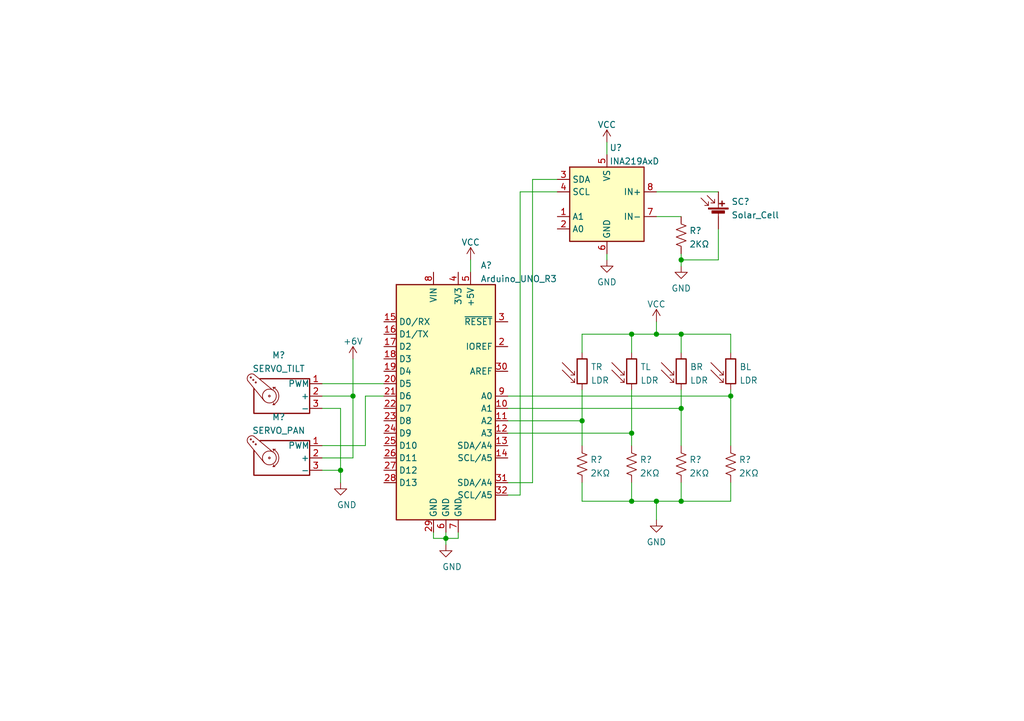
<source format=kicad_sch>
(kicad_sch (version 20211123) (generator eeschema)
  (paper "A5")
  (title_block (title "Dual-axis Solar Tracker") (rev "1") (company "Governor's School for Engineering and Technology"))
  (lib_symbols
    (symbol "Analog_ADC:INA219AxD"
      (property "Reference" "U" (at -6.35 8.89 0))
      (property "Value" "INA219AxD" (at 5.08 8.89 0))
      (symbol "INA219AxD_0_1"
        (rectangle (start -7.62 7.62) (end 7.62 -7.62) (stroke (width 0.254)) (fill (type background)))
      )
      (symbol "INA219AxD_1_1"
        (pin input line (at 10.16 -2.54 180) (length 2.54) (name "A1") (number "1"))
        (pin input line (at 10.16 -5.08 180) (length 2.54) (name "A0") (number "2"))
        (pin bidirectional line (at 10.16 5.08 180) (length 2.54) (name "SDA") (number "3"))
        (pin input line (at 10.16 2.54 180) (length 2.54) (name "SCL") (number "4"))
        (pin power_in line (at 0 10.16 270) (length 2.54) (name "VS") (number "5"))
        (pin power_in line (at 0 -10.16 90) (length 2.54) (name "GND") (number "6"))
        (pin input line (at -10.16 -2.54 0) (length 2.54) (name "IN-") (number "7"))
        (pin input line (at -10.16 2.54 0) (length 2.54) (name "IN+") (number "8"))
      )
    )
    (symbol "Device:R_Photo" (pin_numbers hide) (pin_names (offset 0))
      (property "Reference" "R" (at 1.27 1.27 0))
      (property "Value" "R_Photo" (at 1.27 0 0))
      (symbol "R_Photo_0_1"
        (rectangle (start -1.016 2.54) (end 1.016 -2.54) (stroke (width 0.254)))
        (polyline (pts (xy -1.524 -2.286) (xy -4.064 0.254)))
        (polyline (pts (xy -1.524 -2.286) (xy -2.286 -2.286)))
        (polyline (pts (xy -1.524 -2.286) (xy -1.524 -1.524)))
        (polyline (pts (xy -1.524 -0.762) (xy -4.064 1.778)))
        (polyline (pts (xy -1.524 -0.762) (xy -2.286 -0.762)))
        (polyline (pts (xy -1.524 -0.762) (xy -1.524 0)))
      )
      (symbol "R_Photo_1_1"
        (pin passive line (at 0 3.81 270) (length 1.27) (name "~") (number "1"))
        (pin passive line (at 0 -3.81 90) (length 1.27) (name "~") (number "2"))
      )
    )
    (symbol "Device:R_US" (pin_numbers hide) (pin_names (offset 0))
      (property "Reference" "R" (at 2.54 0 90))
      (property "Value" "R_US" (at -2.54 0 90))
      (symbol "R_US_0_1"
        (polyline (pts (xy 0 -2.286) (xy 0 -2.54)))
        (polyline (pts (xy 0 2.286) (xy 0 2.54)))
        (polyline (pts (xy 0 -0.762) (xy 1.016 -1.143) (xy 0 -1.524) (xy -1.016 -1.905) (xy 0 -2.286)))
        (polyline (pts (xy 0 0.762) (xy 1.016 0.381) (xy 0 0) (xy -1.016 -0.381) (xy 0 -0.762)))
        (polyline (pts (xy 0 2.286) (xy 1.016 1.905) (xy 0 1.524) (xy -1.016 1.143) (xy 0 0.762)))
      )
      (symbol "R_US_1_1"
        (pin passive line (at 0 3.81 270) (length 1.27) (name "~") (number "1"))
        (pin passive line (at 0 -3.81 90) (length 1.27) (name "~") (number "2"))
      )
    )
    (symbol "Device:Solar_Cell" (pin_numbers hide) (pin_names (offset 0) hide)
      (property "Reference" "SC" (at 2.54 2.54 0))
      (property "Value" "Solar_Cell" (at 2.54 0 0))
      (symbol "Solar_Cell_0_1"
        (rectangle (start -2.032 1.778) (end 2.032 1.524) (fill (type outline)))
        (rectangle (start -1.3208 1.1938) (end 1.27 0.6858) (fill (type outline)))
        (polyline (pts (xy -2.032 2.286) (xy -3.556 3.81)))
        (polyline (pts (xy -0.762 2.794) (xy -2.286 4.318)))
        (polyline (pts (xy 0 0.762) (xy 0 0)))
        (polyline (pts (xy 0 1.778) (xy 0 2.54)))
        (polyline (pts (xy 0.254 2.667) (xy 1.27 2.667)) (stroke (width 0.254)))
        (polyline (pts (xy 0.762 3.175) (xy 0.762 2.159)) (stroke (width 0.254)))
        (polyline (pts (xy -2.032 3.048) (xy -2.032 2.286) (xy -2.794 2.286)))
        (polyline (pts (xy -0.762 3.556) (xy -0.762 2.794) (xy -1.524 2.794)))
      )
      (symbol "Solar_Cell_1_1"
        (pin passive line (at 0 5.08 270) (length 2.54) (name "+") (number "1"))
        (pin passive line (at 0 -2.54 90) (length 2.54) (name "-") (number "2"))
      )
    )
    (symbol "MCU_Module:Arduino_UNO_R3"
      (property "Reference" "A" (at -10.16 23.495 0))
      (property "Value" "Arduino_UNO_R3" (at 5.08 -26.67 0))
      (symbol "Arduino_UNO_R3_0_1"
        (rectangle (start -10.16 22.86) (end 10.16 -25.4) (stroke (width 0.254)) (fill (type background)))
      )
      (symbol "Arduino_UNO_R3_1_1"
        (pin no_connect line (at -10.16 -20.32 0) (length 2.54) hide (name "NC") (number "1"))
        (pin bidirectional line (at 12.7 -2.54 180) (length 2.54) (name "A1") (number "10"))
        (pin bidirectional line (at 12.7 -5.08 180) (length 2.54) (name "A2") (number "11"))
        (pin bidirectional line (at 12.7 -7.62 180) (length 2.54) (name "A3") (number "12"))
        (pin bidirectional line (at 12.7 -10.16 180) (length 2.54) (name "SDA/A4") (number "13"))
        (pin bidirectional line (at 12.7 -12.7 180) (length 2.54) (name "SCL/A5") (number "14"))
        (pin bidirectional line (at -12.7 15.24 0) (length 2.54) (name "D0/RX") (number "15"))
        (pin bidirectional line (at -12.7 12.7 0) (length 2.54) (name "D1/TX") (number "16"))
        (pin bidirectional line (at -12.7 10.16 0) (length 2.54) (name "D2") (number "17"))
        (pin bidirectional line (at -12.7 7.62 0) (length 2.54) (name "D3") (number "18"))
        (pin bidirectional line (at -12.7 5.08 0) (length 2.54) (name "D4") (number "19"))
        (pin output line (at 12.7 10.16 180) (length 2.54) (name "IOREF") (number "2"))
        (pin bidirectional line (at -12.7 2.54 0) (length 2.54) (name "D5") (number "20"))
        (pin bidirectional line (at -12.7 0 0) (length 2.54) (name "D6") (number "21"))
        (pin bidirectional line (at -12.7 -2.54 0) (length 2.54) (name "D7") (number "22"))
        (pin bidirectional line (at -12.7 -5.08 0) (length 2.54) (name "D8") (number "23"))
        (pin bidirectional line (at -12.7 -7.62 0) (length 2.54) (name "D9") (number "24"))
        (pin bidirectional line (at -12.7 -10.16 0) (length 2.54) (name "D10") (number "25"))
        (pin bidirectional line (at -12.7 -12.7 0) (length 2.54) (name "D11") (number "26"))
        (pin bidirectional line (at -12.7 -15.24 0) (length 2.54) (name "D12") (number "27"))
        (pin bidirectional line (at -12.7 -17.78 0) (length 2.54) (name "D13") (number "28"))
        (pin power_in line (at -2.54 -27.94 90) (length 2.54) (name "GND") (number "29"))
        (pin input line (at 12.7 15.24 180) (length 2.54) (name "~{RESET}") (number "3"))
        (pin input line (at 12.7 5.08 180) (length 2.54) (name "AREF") (number "30"))
        (pin bidirectional line (at 12.7 -17.78 180) (length 2.54) (name "SDA/A4") (number "31"))
        (pin bidirectional line (at 12.7 -20.32 180) (length 2.54) (name "SCL/A5") (number "32"))
        (pin power_out line (at 2.54 25.4 270) (length 2.54) (name "3V3") (number "4"))
        (pin power_out line (at 5.08 25.4 270) (length 2.54) (name "+5V") (number "5"))
        (pin power_in line (at 0 -27.94 90) (length 2.54) (name "GND") (number "6"))
        (pin power_in line (at 2.54 -27.94 90) (length 2.54) (name "GND") (number "7"))
        (pin power_in line (at -2.54 25.4 270) (length 2.54) (name "VIN") (number "8"))
        (pin bidirectional line (at 12.7 0 180) (length 2.54) (name "A0") (number "9"))
      )
    )
    (symbol "Motor:Motor_Servo" (pin_names (offset 0.0254))
      (property "Reference" "M" (at -5.08 4.445 0))
      (property "Value" "Motor_Servo" (at -5.08 -4.064 0))
      (symbol "Motor_Servo_0_1"
        (polyline (pts (xy 2.413 -1.778) (xy 2.032 -1.778)))
        (polyline (pts (xy 2.413 -1.778) (xy 2.286 -1.397)))
        (polyline (pts (xy 2.413 1.778) (xy 1.905 1.778)))
        (polyline (pts (xy 2.413 1.778) (xy 2.286 1.397)))
        (polyline (pts (xy 6.35 4.445) (xy 2.54 1.27)))
        (polyline (pts (xy 7.62 3.175) (xy 4.191 -1.016)))
        (polyline (pts (xy 5.08 3.556) (xy -5.08 3.556) (xy -5.08 -3.556) (xy 6.35 -3.556) (xy 6.35 1.524)) (stroke (width 0.254)))
        (arc (start 2.413 1.778) (mid 1.2406 0) (end 2.413 -1.778))
        (circle (center 3.175 0) (radius 0.1778))
        (circle (center 3.175 0) (radius 1.4224))
        (circle (center 5.969 2.794) (radius 0.127))
        (circle (center 6.477 3.302) (radius 0.127))
        (circle (center 6.985 3.81) (radius 0.127))
        (arc (start 7.62 3.175) (mid 7.4485 4.2735) (end 6.35 4.445))
      )
      (symbol "Motor_Servo_1_1"
        (pin passive line (at -7.62 2.54 0) (length 2.54) (name "PWM") (number "1"))
        (pin passive line (at -7.62 0 0) (length 2.54) (name "+") (number "2"))
        (pin passive line (at -7.62 -2.54 0) (length 2.54) (name "-") (number "3"))
      )
    )
    (symbol "power:+6V" (power) (pin_names (offset 0))
      (property "Value" "+6V" (at 0 3.556 0))
      (symbol "+6V_0_1"
        (polyline (pts (xy -0.762 1.27) (xy 0 2.54)))
        (polyline (pts (xy 0 0) (xy 0 2.54)))
        (polyline (pts (xy 0 2.54) (xy 0.762 1.27)))
      )
      (symbol "+6V_1_1"
        (pin power_in line (at 0 0 90) (length 0) hide (name "+6V") (number "1"))
      )
    )
    (symbol "power:GND" (power) (pin_names (offset 0))
      (property "Value" "GND" (at 0 -3.81 0))
      (symbol "GND_0_1"
        (polyline (pts (xy 0 0) (xy 0 -1.27) (xy 1.27 -1.27) (xy 0 -2.54) (xy -1.27 -1.27) (xy 0 -1.27)))
      )
      (symbol "GND_1_1"
        (pin power_in line (at 0 0 270) (length 0) hide (name "GND") (number "1"))
      )
    )
    (symbol "power:VCC" (power) (pin_names (offset 0))
      (property "Value" "VCC" (at 0 3.81 0))
      (symbol "VCC_0_1"
        (polyline (pts (xy -0.762 1.27) (xy 0 2.54)))
        (polyline (pts (xy 0 0) (xy 0 2.54)))
        (polyline (pts (xy 0 2.54) (xy 0.762 1.27)))
      )
      (symbol "VCC_1_1"
        (pin power_in line (at 0 0 90) (length 0) hide (name "VCC") (number "1"))
      )
    )
  )
  (junction (at 149.86 81.28))
  (junction (at 72.39 81.28))
  (junction (at 129.54 88.9))
  (junction (at 69.85 96.52))
  (junction (at 129.54 102.87))
  (junction (at 119.38 86.36))
  (junction (at 129.54 68.58))
  (junction (at 139.7 83.82))
  (junction (at 139.7 102.87))
  (junction (at 134.62 102.87))
  (junction (at 91.44 110.49))
  (junction (at 139.7 68.58))
  (junction (at 139.7 53.34))
  (junction (at 134.62 68.58))
  (wire (pts (xy 88.9 110.49) (xy 88.9 109.22)))
  (wire (pts (xy 104.14 86.36) (xy 119.38 86.36)))
  (wire (pts (xy 66.04 78.74) (xy 78.74 78.74)))
  (wire (pts (xy 74.93 81.28) (xy 78.74 81.28)))
  (wire (pts (xy 72.39 73.66) (xy 72.39 81.28)))
  (wire (pts (xy 119.38 80.01) (xy 119.38 86.36)))
  (wire (pts (xy 139.7 54.61) (xy 139.7 53.34)))
  (wire (pts (xy 72.39 93.98) (xy 72.39 81.28)))
  (wire (pts (xy 104.14 81.28) (xy 149.86 81.28)))
  (wire (pts (xy 104.14 88.9) (xy 129.54 88.9)))
  (wire (pts (xy 119.38 99.06) (xy 119.38 102.87)))
  (wire (pts (xy 149.86 81.28) (xy 149.86 91.44)))
  (wire (pts (xy 139.7 99.06) (xy 139.7 102.87)))
  (wire (pts (xy 139.7 44.45) (xy 134.62 44.45)))
  (wire (pts (xy 129.54 68.58) (xy 134.62 68.58)))
  (wire (pts (xy 129.54 99.06) (xy 129.54 102.87)))
  (wire (pts (xy 88.9 110.49) (xy 91.44 110.49)))
  (wire (pts (xy 119.38 102.87) (xy 129.54 102.87)))
  (wire (pts (xy 72.39 81.28) (xy 66.04 81.28)))
  (wire (pts (xy 134.62 102.87) (xy 139.7 102.87)))
  (wire (pts (xy 91.44 110.49) (xy 91.44 111.76)))
  (wire (pts (xy 134.62 39.37) (xy 147.32 39.37)))
  (wire (pts (xy 96.52 55.88) (xy 96.52 53.34)))
  (wire (pts (xy 149.86 68.58) (xy 139.7 68.58)))
  (wire (pts (xy 134.62 68.58) (xy 139.7 68.58)))
  (wire (pts (xy 93.98 110.49) (xy 93.98 109.22)))
  (wire (pts (xy 139.7 83.82) (xy 139.7 91.44)))
  (wire (pts (xy 93.98 110.49) (xy 91.44 110.49)))
  (wire (pts (xy 129.54 88.9) (xy 129.54 91.44)))
  (wire (pts (xy 106.68 101.6) (xy 104.14 101.6)))
  (wire (pts (xy 109.22 36.83) (xy 114.3 36.83)))
  (wire (pts (xy 66.04 96.52) (xy 69.85 96.52)))
  (wire (pts (xy 69.85 83.82) (xy 69.85 96.52)))
  (wire (pts (xy 134.62 102.87) (xy 134.62 106.68)))
  (wire (pts (xy 149.86 80.01) (xy 149.86 81.28)))
  (wire (pts (xy 124.46 52.07) (xy 124.46 53.34)))
  (wire (pts (xy 149.86 72.39) (xy 149.86 68.58)))
  (wire (pts (xy 124.46 29.21) (xy 124.46 31.75)))
  (wire (pts (xy 139.7 80.01) (xy 139.7 83.82)))
  (wire (pts (xy 139.7 53.34) (xy 139.7 52.07)))
  (wire (pts (xy 69.85 99.06) (xy 69.85 96.52)))
  (wire (pts (xy 147.32 53.34) (xy 139.7 53.34)))
  (wire (pts (xy 129.54 102.87) (xy 134.62 102.87)))
  (wire (pts (xy 119.38 68.58) (xy 129.54 68.58)))
  (wire (pts (xy 109.22 99.06) (xy 109.22 36.83)))
  (wire (pts (xy 119.38 68.58) (xy 119.38 72.39)))
  (wire (pts (xy 106.68 39.37) (xy 106.68 101.6)))
  (wire (pts (xy 119.38 86.36) (xy 119.38 91.44)))
  (wire (pts (xy 134.62 66.04) (xy 134.62 68.58)))
  (wire (pts (xy 66.04 93.98) (xy 72.39 93.98)))
  (wire (pts (xy 104.14 99.06) (xy 109.22 99.06)))
  (wire (pts (xy 114.3 39.37) (xy 106.68 39.37)))
  (wire (pts (xy 139.7 72.39) (xy 139.7 68.58)))
  (wire (pts (xy 139.7 102.87) (xy 149.86 102.87)))
  (wire (pts (xy 104.14 83.82) (xy 139.7 83.82)))
  (wire (pts (xy 129.54 68.58) (xy 129.54 72.39)))
  (wire (pts (xy 129.54 80.01) (xy 129.54 88.9)))
  (wire (pts (xy 91.44 109.22) (xy 91.44 110.49)))
  (wire (pts (xy 74.93 91.44) (xy 74.93 81.28)))
  (wire (pts (xy 66.04 83.82) (xy 69.85 83.82)))
  (wire (pts (xy 66.04 91.44) (xy 74.93 91.44)))
  (wire (pts (xy 149.86 102.87) (xy 149.86 99.06)))
  (wire (pts (xy 147.32 46.99) (xy 147.32 53.34)))
  (symbol (lib_id "power:GND") (at 91.44 111.76 0) (unit 1)
    (property "Reference" "#PWR?" (effects hide))
    (property "Value" "GND" (at 92.71 116.3225 0))
  )
  (symbol (lib_id "Device:R_Photo") (at 149.86 76.2 0) (unit 1)
    (property "Reference" "BL" (at 151.638 75.2915 0) (effects (justify left)))
    (property "Value" "LDR" (at 151.638 78.0666 0) (effects (justify left)))
  )
  (symbol (lib_id "power:+6V") (at 72.39 73.66 0) (unit 1)
    (property "Reference" "#PWR?" (effects hide))
    (property "Value" "+6V" (at 72.39 70.0555 0))
  )
  (symbol (lib_id "power:GND") (at 134.62 106.68 0) (unit 1)
    (property "Reference" "#PWR?" (effects hide))
    (property "Value" "GND" (at 134.62 111.2425 0))
  )
  (symbol (lib_id "power:VCC") (at 96.52 53.34 0) (unit 1)
    (property "Reference" "#PWR?" (effects hide))
    (property "Value" "VCC" (at 96.52 49.7355 0))
  )
  (symbol (lib_id "power:VCC") (at 124.46 29.21 0) (unit 1)
    (property "Reference" "#PWR?" (effects hide))
    (property "Value" "VCC" (at 124.46 25.6055 0))
  )
  (symbol (lib_id "power:GND") (at 69.85 99.06 0) (unit 1)
    (property "Reference" "#PWR?" (effects hide))
    (property "Value" "GND" (at 71.12 103.6225 0))
  )
  (symbol (lib_id "Device:R_US") (at 139.7 95.25 180) (unit 1)
    (property "Reference" "R?" (at 141.351 94.3415 0) (effects (justify right)))
    (property "Value" "2KΩ" (at 141.351 97.1166 0) (effects (justify right)))
  )
  (symbol (lib_id "Device:R_US") (at 129.54 95.25 180) (unit 1)
    (property "Reference" "R?" (at 131.191 94.3415 0) (effects (justify right)))
    (property "Value" "2KΩ" (at 131.191 97.1166 0) (effects (justify right)))
  )
  (symbol (lib_id "Device:R_US") (at 119.38 95.25 180) (unit 1)
    (property "Reference" "R?" (at 121.031 94.3415 0) (effects (justify right)))
    (property "Value" "2KΩ" (at 121.031 97.1166 0) (effects (justify right)))
  )
  (symbol (lib_id "Device:R_US") (at 139.7 48.26 180) (unit 1)
    (property "Reference" "R?" (at 141.351 47.3515 0) (effects (justify right)))
    (property "Value" "2KΩ" (at 141.351 50.1266 0) (effects (justify right)))
  )
  (symbol (lib_id "Device:R_Photo") (at 129.54 76.2 0) (unit 1)
    (property "Reference" "TL" (at 131.318 75.2915 0) (effects (justify left)))
    (property "Value" "LDR" (at 131.318 78.0666 0) (effects (justify left)))
  )
  (symbol (lib_id "power:GND") (at 139.7 54.61 0) (unit 1)
    (property "Reference" "#PWR?" (effects hide))
    (property "Value" "GND" (at 139.7 59.1725 0))
  )
  (symbol (lib_id "Device:R_US") (at 149.86 95.25 180) (unit 1)
    (property "Reference" "R?" (at 151.511 94.3415 0) (effects (justify right)))
    (property "Value" "2KΩ" (at 151.511 97.1166 0) (effects (justify right)))
  )
  (symbol (lib_id "Analog_ADC:INA219AxD") (at 124.46 41.91 0) (mirror y) (unit 1)
    (property "Reference" "U?" (at 124.9806 30.3235 0) (effects (justify right)))
    (property "Value" "INA219AxD" (at 124.9806 33.0986 0) (effects (justify right)))
    (property "Footprint" "Package_SO:SOIC-8_3.9x4.9mm_P1.27mm" (effects hide))
    (property "Datasheet" "http://www.ti.com/lit/ds/symlink/ina219.pdf" (effects hide))
  )
  (symbol (lib_id "Motor:Motor_Servo") (at 58.42 93.98 0) (mirror y) (unit 1)
    (property "Reference" "M?" (at 57.1611 85.5907 0))
    (property "Value" "SERVO_PAN" (at 57.1611 88.3658 0))
    (property "Datasheet" "http://forums.parallax.com/uploads/attachments/46831/74481.png" (effects hide))
  )
  (symbol (lib_id "MCU_Module:Arduino_UNO_R3") (at 91.44 81.28 0) (unit 1)
    (property "Reference" "A?" (at 98.5394 54.4535 0) (effects (justify left)))
    (property "Value" "Arduino_UNO_R3" (at 98.5394 57.2286 0) (effects (justify left)))
    (property "Footprint" "Module:Arduino_UNO_R3" (effects hide))
    (property "Datasheet" "https://www.arduino.cc/en/Main/arduinoBoardUno" (effects hide))
  )
  (symbol (lib_id "Device:R_Photo") (at 139.7 76.2 0) (unit 1)
    (property "Reference" "BR" (at 141.478 75.2915 0) (effects (justify left)))
    (property "Value" "LDR" (at 141.478 78.0666 0) (effects (justify left)))
  )
  (symbol (lib_id "Motor:Motor_Servo") (at 58.42 81.28 0) (mirror y) (unit 1)
    (property "Reference" "M?" (at 57.1611 72.8907 0))
    (property "Value" "SERVO_TILT" (at 57.1611 75.6658 0))
    (property "Datasheet" "http://forums.parallax.com/uploads/attachments/46831/74481.png" (effects hide))
  )
  (symbol (lib_id "power:GND") (at 124.46 53.34 0) (unit 1)
    (property "Reference" "#PWR?" (effects hide))
    (property "Value" "GND" (at 124.46 57.9025 0))
  )
  (symbol (lib_id "Device:R_Photo") (at 119.38 76.2 0) (unit 1)
    (property "Reference" "TR" (at 121.158 75.2915 0) (effects (justify left)))
    (property "Value" "LDR" (at 121.158 78.0666 0) (effects (justify left)))
  )
  (symbol (lib_id "power:VCC") (at 134.62 66.04 0) (unit 1)
    (property "Reference" "#PWR?" (effects hide))
    (property "Value" "VCC" (at 134.62 62.4355 0))
  )
  (symbol (lib_id "Device:Solar_Cell") (at 147.32 44.45 0) (unit 1)
    (property "Reference" "SC?" (at 149.987 41.3825 0) (effects (justify left)))
    (property "Value" "Solar_Cell" (at 149.987 44.1576 0) (effects (justify left)))
  )
)
</source>
